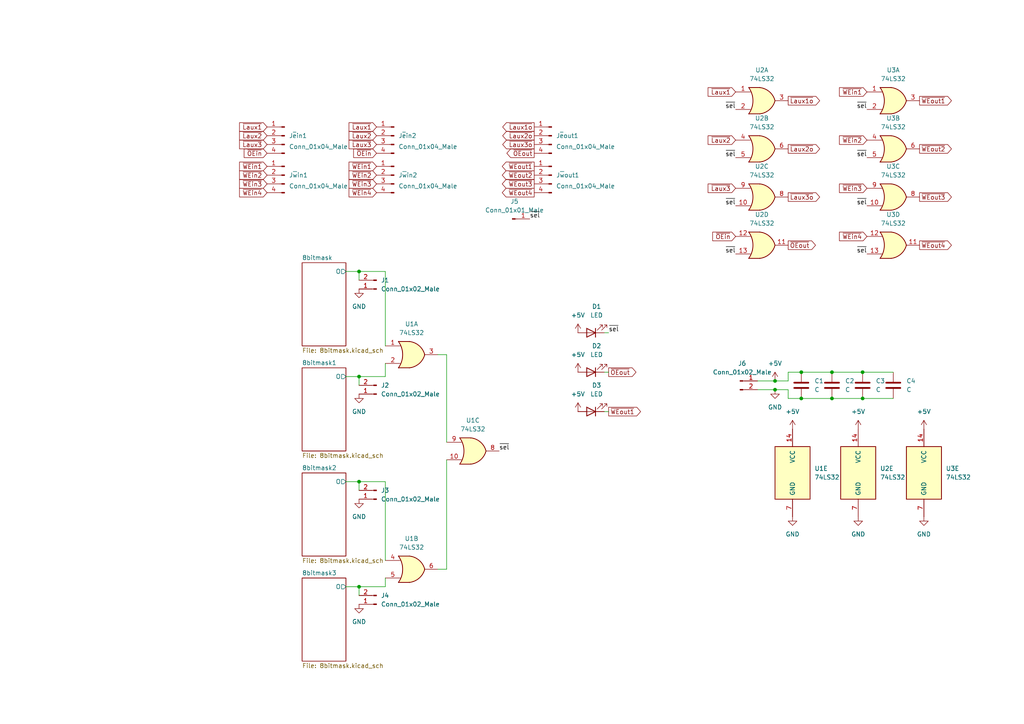
<source format=kicad_sch>
(kicad_sch (version 20211123) (generator eeschema)
  (paper "A4")
  (lib_symbols
    (symbol "74xx:74LS32" (pin_names (offset 1.016))
      (property "Reference" "U" (at 0 1.27 0))
      (property "Value" "74LS32" (at 0 -1.27 0))
      (symbol "74LS32_1_1"
        (arc (start -3.81 -3.81) (mid -2.589 0) (end -3.81 3.81) (stroke (width 0.254)))
        (arc (start -0.6096 -3.81) (mid 2.1842 -2.5851) (end 3.81 0) (stroke (width 0.254)) (fill (type background)))
        (polyline (pts (xy -3.81 -3.81) (xy -0.635 -3.81)) (stroke (width 0.254)) (fill (type background)))
        (polyline (pts (xy -3.81 3.81) (xy -0.635 3.81)) (stroke (width 0.254)) (fill (type background)))
        (polyline (pts (xy -0.635 3.81) (xy -3.81 3.81) (xy -3.81 3.81) (xy -3.556 3.4036) (xy -3.0226 2.2606) (xy -2.6924 1.0414) (xy -2.6162 -0.254) (xy -2.7686 -1.4986) (xy -3.175 -2.7178) (xy -3.81 -3.81) (xy -3.81 -3.81) (xy -0.635 -3.81)) (stroke (width -25.4)) (fill (type background)))
        (arc (start 3.81 0) (mid 2.1915 2.5936) (end -0.6096 3.81) (stroke (width 0.254)) (fill (type background)))
        (pin input line (at -7.62 2.54 0) (length 4.318) (name "~") (number "1"))
        (pin input line (at -7.62 -2.54 0) (length 4.318) (name "~") (number "2"))
        (pin output line (at 7.62 0 180) (length 3.81) (name "~") (number "3"))
      )
      (symbol "74LS32_1_2"
        (arc (start 0 -3.81) (mid 3.81 0) (end 0 3.81) (stroke (width 0.254)) (fill (type background)))
        (polyline (pts (xy 0 3.81) (xy -3.81 3.81) (xy -3.81 -3.81) (xy 0 -3.81)) (stroke (width 0.254)) (fill (type background)))
        (pin input inverted (at -7.62 2.54 0) (length 3.81) (name "~") (number "1"))
        (pin input inverted (at -7.62 -2.54 0) (length 3.81) (name "~") (number "2"))
        (pin output inverted (at 7.62 0 180) (length 3.81) (name "~") (number "3"))
      )
      (symbol "74LS32_2_1"
        (arc (start -3.81 -3.81) (mid -2.589 0) (end -3.81 3.81) (stroke (width 0.254)))
        (arc (start -0.6096 -3.81) (mid 2.1842 -2.5851) (end 3.81 0) (stroke (width 0.254)) (fill (type background)))
        (polyline (pts (xy -3.81 -3.81) (xy -0.635 -3.81)) (stroke (width 0.254)) (fill (type background)))
        (polyline (pts (xy -3.81 3.81) (xy -0.635 3.81)) (stroke (width 0.254)) (fill (type background)))
        (polyline (pts (xy -0.635 3.81) (xy -3.81 3.81) (xy -3.81 3.81) (xy -3.556 3.4036) (xy -3.0226 2.2606) (xy -2.6924 1.0414) (xy -2.6162 -0.254) (xy -2.7686 -1.4986) (xy -3.175 -2.7178) (xy -3.81 -3.81) (xy -3.81 -3.81) (xy -0.635 -3.81)) (stroke (width -25.4)) (fill (type background)))
        (arc (start 3.81 0) (mid 2.1915 2.5936) (end -0.6096 3.81) (stroke (width 0.254)) (fill (type background)))
        (pin input line (at -7.62 2.54 0) (length 4.318) (name "~") (number "4"))
        (pin input line (at -7.62 -2.54 0) (length 4.318) (name "~") (number "5"))
        (pin output line (at 7.62 0 180) (length 3.81) (name "~") (number "6"))
      )
      (symbol "74LS32_2_2"
        (arc (start 0 -3.81) (mid 3.81 0) (end 0 3.81) (stroke (width 0.254)) (fill (type background)))
        (polyline (pts (xy 0 3.81) (xy -3.81 3.81) (xy -3.81 -3.81) (xy 0 -3.81)) (stroke (width 0.254)) (fill (type background)))
        (pin input inverted (at -7.62 2.54 0) (length 3.81) (name "~") (number "4"))
        (pin input inverted (at -7.62 -2.54 0) (length 3.81) (name "~") (number "5"))
        (pin output inverted (at 7.62 0 180) (length 3.81) (name "~") (number "6"))
      )
      (symbol "74LS32_3_1"
        (arc (start -3.81 -3.81) (mid -2.589 0) (end -3.81 3.81) (stroke (width 0.254)))
        (arc (start -0.6096 -3.81) (mid 2.1842 -2.5851) (end 3.81 0) (stroke (width 0.254)) (fill (type background)))
        (polyline (pts (xy -3.81 -3.81) (xy -0.635 -3.81)) (stroke (width 0.254)) (fill (type background)))
        (polyline (pts (xy -3.81 3.81) (xy -0.635 3.81)) (stroke (width 0.254)) (fill (type background)))
        (polyline (pts (xy -0.635 3.81) (xy -3.81 3.81) (xy -3.81 3.81) (xy -3.556 3.4036) (xy -3.0226 2.2606) (xy -2.6924 1.0414) (xy -2.6162 -0.254) (xy -2.7686 -1.4986) (xy -3.175 -2.7178) (xy -3.81 -3.81) (xy -3.81 -3.81) (xy -0.635 -3.81)) (stroke (width -25.4)) (fill (type background)))
        (arc (start 3.81 0) (mid 2.1915 2.5936) (end -0.6096 3.81) (stroke (width 0.254)) (fill (type background)))
        (pin input line (at -7.62 -2.54 0) (length 4.318) (name "~") (number "10"))
        (pin output line (at 7.62 0 180) (length 3.81) (name "~") (number "8"))
        (pin input line (at -7.62 2.54 0) (length 4.318) (name "~") (number "9"))
      )
      (symbol "74LS32_3_2"
        (arc (start 0 -3.81) (mid 3.81 0) (end 0 3.81) (stroke (width 0.254)) (fill (type background)))
        (polyline (pts (xy 0 3.81) (xy -3.81 3.81) (xy -3.81 -3.81) (xy 0 -3.81)) (stroke (width 0.254)) (fill (type background)))
        (pin input inverted (at -7.62 -2.54 0) (length 3.81) (name "~") (number "10"))
        (pin output inverted (at 7.62 0 180) (length 3.81) (name "~") (number "8"))
        (pin input inverted (at -7.62 2.54 0) (length 3.81) (name "~") (number "9"))
      )
      (symbol "74LS32_4_1"
        (arc (start -3.81 -3.81) (mid -2.589 0) (end -3.81 3.81) (stroke (width 0.254)))
        (arc (start -0.6096 -3.81) (mid 2.1842 -2.5851) (end 3.81 0) (stroke (width 0.254)) (fill (type background)))
        (polyline (pts (xy -3.81 -3.81) (xy -0.635 -3.81)) (stroke (width 0.254)) (fill (type background)))
        (polyline (pts (xy -3.81 3.81) (xy -0.635 3.81)) (stroke (width 0.254)) (fill (type background)))
        (polyline (pts (xy -0.635 3.81) (xy -3.81 3.81) (xy -3.81 3.81) (xy -3.556 3.4036) (xy -3.0226 2.2606) (xy -2.6924 1.0414) (xy -2.6162 -0.254) (xy -2.7686 -1.4986) (xy -3.175 -2.7178) (xy -3.81 -3.81) (xy -3.81 -3.81) (xy -0.635 -3.81)) (stroke (width -25.4)) (fill (type background)))
        (arc (start 3.81 0) (mid 2.1915 2.5936) (end -0.6096 3.81) (stroke (width 0.254)) (fill (type background)))
        (pin output line (at 7.62 0 180) (length 3.81) (name "~") (number "11"))
        (pin input line (at -7.62 2.54 0) (length 4.318) (name "~") (number "12"))
        (pin input line (at -7.62 -2.54 0) (length 4.318) (name "~") (number "13"))
      )
      (symbol "74LS32_4_2"
        (arc (start 0 -3.81) (mid 3.81 0) (end 0 3.81) (stroke (width 0.254)) (fill (type background)))
        (polyline (pts (xy 0 3.81) (xy -3.81 3.81) (xy -3.81 -3.81) (xy 0 -3.81)) (stroke (width 0.254)) (fill (type background)))
        (pin output inverted (at 7.62 0 180) (length 3.81) (name "~") (number "11"))
        (pin input inverted (at -7.62 2.54 0) (length 3.81) (name "~") (number "12"))
        (pin input inverted (at -7.62 -2.54 0) (length 3.81) (name "~") (number "13"))
      )
      (symbol "74LS32_5_0"
        (pin power_in line (at 0 12.7 270) (length 5.08) (name "VCC") (number "14"))
        (pin power_in line (at 0 -12.7 90) (length 5.08) (name "GND") (number "7"))
      )
      (symbol "74LS32_5_1"
        (rectangle (start -5.08 7.62) (end 5.08 -7.62) (stroke (width 0.254)) (fill (type background)))
      )
    )
    (symbol "Connector:Conn_01x01_Male" (pin_names (offset 1.016) hide)
      (property "Reference" "J" (at 0 2.54 0))
      (property "Value" "Conn_01x01_Male" (at 0 -2.54 0))
      (symbol "Conn_01x01_Male_1_1"
        (polyline (pts (xy 1.27 0) (xy 0.8636 0)) (stroke (width 0.1524)))
        (rectangle (start 0.8636 0.127) (end 0 -0.127) (stroke (width 0.1524)) (fill (type outline)))
        (pin passive line (at 5.08 0 180) (length 3.81) (name "Pin_1") (number "1"))
      )
    )
    (symbol "Connector:Conn_01x02_Male" (pin_names (offset 1.016) hide)
      (property "Reference" "J" (at 0 2.54 0))
      (property "Value" "Conn_01x02_Male" (at 0 -5.08 0))
      (symbol "Conn_01x02_Male_1_1"
        (polyline (pts (xy 1.27 -2.54) (xy 0.8636 -2.54)) (stroke (width 0.1524)))
        (polyline (pts (xy 1.27 0) (xy 0.8636 0)) (stroke (width 0.1524)))
        (rectangle (start 0.8636 -2.413) (end 0 -2.667) (stroke (width 0.1524)) (fill (type outline)))
        (rectangle (start 0.8636 0.127) (end 0 -0.127) (stroke (width 0.1524)) (fill (type outline)))
        (pin passive line (at 5.08 0 180) (length 3.81) (name "Pin_1") (number "1"))
        (pin passive line (at 5.08 -2.54 180) (length 3.81) (name "Pin_2") (number "2"))
      )
    )
    (symbol "Connector:Conn_01x04_Male" (pin_names (offset 1.016) hide)
      (property "Reference" "J" (at 0 5.08 0))
      (property "Value" "Conn_01x04_Male" (at 0 -7.62 0))
      (symbol "Conn_01x04_Male_1_1"
        (polyline (pts (xy 1.27 -5.08) (xy 0.8636 -5.08)) (stroke (width 0.1524)))
        (polyline (pts (xy 1.27 -2.54) (xy 0.8636 -2.54)) (stroke (width 0.1524)))
        (polyline (pts (xy 1.27 0) (xy 0.8636 0)) (stroke (width 0.1524)))
        (polyline (pts (xy 1.27 2.54) (xy 0.8636 2.54)) (stroke (width 0.1524)))
        (rectangle (start 0.8636 -4.953) (end 0 -5.207) (stroke (width 0.1524)) (fill (type outline)))
        (rectangle (start 0.8636 -2.413) (end 0 -2.667) (stroke (width 0.1524)) (fill (type outline)))
        (rectangle (start 0.8636 0.127) (end 0 -0.127) (stroke (width 0.1524)) (fill (type outline)))
        (rectangle (start 0.8636 2.667) (end 0 2.413) (stroke (width 0.1524)) (fill (type outline)))
        (pin passive line (at 5.08 2.54 180) (length 3.81) (name "Pin_1") (number "1"))
        (pin passive line (at 5.08 0 180) (length 3.81) (name "Pin_2") (number "2"))
        (pin passive line (at 5.08 -2.54 180) (length 3.81) (name "Pin_3") (number "3"))
        (pin passive line (at 5.08 -5.08 180) (length 3.81) (name "Pin_4") (number "4"))
      )
    )
    (symbol "Device:C" (pin_numbers hide) (pin_names (offset 0.254))
      (property "Reference" "C" (at 0.635 2.54 0))
      (property "Value" "C" (at 0.635 -2.54 0))
      (symbol "C_0_1"
        (polyline (pts (xy -2.032 -0.762) (xy 2.032 -0.762)) (stroke (width 0.508)))
        (polyline (pts (xy -2.032 0.762) (xy 2.032 0.762)) (stroke (width 0.508)))
      )
      (symbol "C_1_1"
        (pin passive line (at 0 3.81 270) (length 2.794) (name "~") (number "1"))
        (pin passive line (at 0 -3.81 90) (length 2.794) (name "~") (number "2"))
      )
    )
    (symbol "Device:LED" (pin_numbers hide) (pin_names (offset 1.016) hide)
      (property "Reference" "D" (at 0 2.54 0))
      (property "Value" "LED" (at 0 -2.54 0))
      (symbol "LED_0_1"
        (polyline (pts (xy -1.27 -1.27) (xy -1.27 1.27)) (stroke (width 0.254)))
        (polyline (pts (xy -1.27 0) (xy 1.27 0)))
        (polyline (pts (xy 1.27 -1.27) (xy 1.27 1.27) (xy -1.27 0) (xy 1.27 -1.27)) (stroke (width 0.254)))
        (polyline (pts (xy -3.048 -0.762) (xy -4.572 -2.286) (xy -3.81 -2.286) (xy -4.572 -2.286) (xy -4.572 -1.524)))
        (polyline (pts (xy -1.778 -0.762) (xy -3.302 -2.286) (xy -2.54 -2.286) (xy -3.302 -2.286) (xy -3.302 -1.524)))
      )
      (symbol "LED_1_1"
        (pin passive line (at -3.81 0 0) (length 2.54) (name "K") (number "1"))
        (pin passive line (at 3.81 0 180) (length 2.54) (name "A") (number "2"))
      )
    )
    (symbol "power:+5V" (power) (pin_names (offset 0))
      (property "Value" "+5V" (at 0 3.556 0))
      (symbol "+5V_0_1"
        (polyline (pts (xy -0.762 1.27) (xy 0 2.54)))
        (polyline (pts (xy 0 0) (xy 0 2.54)))
        (polyline (pts (xy 0 2.54) (xy 0.762 1.27)))
      )
      (symbol "+5V_1_1"
        (pin power_in line (at 0 0 90) (length 0) hide (name "+5V") (number "1"))
      )
    )
    (symbol "power:GND" (power) (pin_names (offset 0))
      (property "Value" "GND" (at 0 -3.81 0))
      (symbol "GND_0_1"
        (polyline (pts (xy 0 0) (xy 0 -1.27) (xy 1.27 -1.27) (xy 0 -2.54) (xy -1.27 -1.27) (xy 0 -1.27)))
      )
      (symbol "GND_1_1"
        (pin power_in line (at 0 0 270) (length 0) hide (name "GND") (number "1"))
      )
    )
  )
  (junction (at 224.79 110.49))
  (junction (at 241.3 115.57))
  (junction (at 241.3 107.95))
  (junction (at 104.14 78.74))
  (junction (at 232.41 107.95))
  (junction (at 224.79 113.03))
  (junction (at 232.41 115.57))
  (junction (at 250.19 107.95))
  (junction (at 104.14 170.18))
  (junction (at 250.19 115.57))
  (junction (at 104.14 139.7))
  (junction (at 104.14 109.22))
  (wire (pts (xy 219.71 113.03) (xy 224.79 113.03)))
  (wire (pts (xy 232.41 107.95) (xy 241.3 107.95)))
  (wire (pts (xy 175.26 96.52) (xy 176.53 96.52)))
  (wire (pts (xy 100.33 139.7) (xy 104.14 139.7)))
  (wire (pts (xy 104.14 109.22) (xy 104.14 111.76)))
  (wire (pts (xy 228.6 107.95) (xy 232.41 107.95)))
  (wire (pts (xy 175.26 119.38) (xy 176.53 119.38)))
  (wire (pts (xy 104.14 170.18) (xy 111.76 170.18)))
  (wire (pts (xy 104.14 139.7) (xy 104.14 142.24)))
  (wire (pts (xy 100.33 109.22) (xy 104.14 109.22)))
  (wire (pts (xy 232.41 115.57) (xy 241.3 115.57)))
  (wire (pts (xy 219.71 110.49) (xy 224.79 110.49)))
  (wire (pts (xy 100.33 78.74) (xy 104.14 78.74)))
  (wire (pts (xy 104.14 139.7) (xy 111.76 139.7)))
  (wire (pts (xy 111.76 139.7) (xy 111.76 162.56)))
  (wire (pts (xy 129.54 102.87) (xy 129.54 128.27)))
  (wire (pts (xy 100.33 170.18) (xy 104.14 170.18)))
  (wire (pts (xy 228.6 115.57) (xy 232.41 115.57)))
  (wire (pts (xy 224.79 113.03) (xy 228.6 113.03)))
  (wire (pts (xy 104.14 78.74) (xy 104.14 81.28)))
  (wire (pts (xy 111.76 170.18) (xy 111.76 167.64)))
  (wire (pts (xy 175.26 107.95) (xy 176.53 107.95)))
  (wire (pts (xy 250.19 107.95) (xy 259.08 107.95)))
  (wire (pts (xy 224.79 110.49) (xy 228.6 110.49)))
  (wire (pts (xy 228.6 113.03) (xy 228.6 115.57)))
  (wire (pts (xy 104.14 78.74) (xy 111.76 78.74)))
  (wire (pts (xy 111.76 78.74) (xy 111.76 100.33)))
  (wire (pts (xy 241.3 107.95) (xy 250.19 107.95)))
  (wire (pts (xy 111.76 105.41) (xy 111.76 109.22)))
  (wire (pts (xy 104.14 170.18) (xy 104.14 172.72)))
  (wire (pts (xy 104.14 109.22) (xy 111.76 109.22)))
  (wire (pts (xy 228.6 110.49) (xy 228.6 107.95)))
  (wire (pts (xy 127 102.87) (xy 129.54 102.87)))
  (wire (pts (xy 129.54 165.1) (xy 129.54 133.35)))
  (wire (pts (xy 241.3 115.57) (xy 250.19 115.57)))
  (wire (pts (xy 127 165.1) (xy 129.54 165.1)))
  (wire (pts (xy 250.19 115.57) (xy 259.08 115.57)))
  (label "~{sel}" (at 251.46 31.75 180))
  (label "~{sel}" (at 213.36 31.75 180))
  (label "~{sel}" (at 176.53 96.52 0))
  (label "~{sel}" (at 213.36 73.66 180))
  (label "~{sel}" (at 213.36 45.72 180))
  (label "~{sel}" (at 251.46 59.69 180))
  (label "~{sel}" (at 213.36 59.69 180))
  (label "~{sel}" (at 153.67 63.5 0))
  (label "~{sel}" (at 251.46 45.72 180))
  (label "~{sel}" (at 144.78 130.81 0))
  (label "~{sel}" (at 251.46 73.66 180))
  (global_label "~{WEout2}" (shape output) (at 266.7 43.18 0) (property "Intersheet References" "${INTERSHEET_REFS}" (effects hide)))
  (global_label "~{WEout4}" (shape output) (at 266.7 71.12 0) (property "Intersheet References" "${INTERSHEET_REFS}" (effects hide)))
  (global_label "~{WEout1}" (shape output) (at 266.7 29.21 0) (property "Intersheet References" "${INTERSHEET_REFS}" (effects hide)))
  (global_label "~{Laux1}" (shape input) (at 109.22 36.83 180) (property "Intersheet References" "${INTERSHEET_REFS}" (effects hide)))
  (global_label "~{WEin2}" (shape input) (at 77.47 50.8 180) (property "Intersheet References" "${INTERSHEET_REFS}" (effects hide)))
  (global_label "~{WEin1}" (shape input) (at 109.22 48.26 180) (property "Intersheet References" "${INTERSHEET_REFS}" (effects hide)))
  (global_label "~{WEin3}" (shape input) (at 251.46 54.61 180) (property "Intersheet References" "${INTERSHEET_REFS}" (effects hide)))
  (global_label "~{WEin2}" (shape input) (at 251.46 40.64 180) (property "Intersheet References" "${INTERSHEET_REFS}" (effects hide)))
  (global_label "~{Laux3o}" (shape output) (at 154.94 41.91 180) (property "Intersheet References" "${INTERSHEET_REFS}" (effects hide)))
  (global_label "~{WEout2}" (shape output) (at 154.94 50.8 180) (property "Intersheet References" "${INTERSHEET_REFS}" (effects hide)))
  (global_label "~{WEout3}" (shape output) (at 154.94 53.34 180) (property "Intersheet References" "${INTERSHEET_REFS}" (effects hide)))
  (global_label "~{Laux2}" (shape input) (at 77.47 39.37 180) (property "Intersheet References" "${INTERSHEET_REFS}" (effects hide)))
  (global_label "~{Laux1}" (shape input) (at 213.36 26.67 180) (property "Intersheet References" "${INTERSHEET_REFS}" (effects hide)))
  (global_label "~{WEout1}" (shape output) (at 176.53 119.38 0) (property "Intersheet References" "${INTERSHEET_REFS}" (effects hide)))
  (global_label "~{Laux2}" (shape input) (at 109.22 39.37 180) (property "Intersheet References" "${INTERSHEET_REFS}" (effects hide)))
  (global_label "~{Laux2o}" (shape output) (at 228.6 43.18 0) (property "Intersheet References" "${INTERSHEET_REFS}" (effects hide)))
  (global_label "~{OEin}" (shape input) (at 109.22 44.45 180) (property "Intersheet References" "${INTERSHEET_REFS}" (effects hide)))
  (global_label "~{Laux1o}" (shape output) (at 228.6 29.21 0) (property "Intersheet References" "${INTERSHEET_REFS}" (effects hide)))
  (global_label "~{Laux3}" (shape input) (at 213.36 54.61 180) (property "Intersheet References" "${INTERSHEET_REFS}" (effects hide)))
  (global_label "~{Laux1}" (shape input) (at 77.47 36.83 180) (property "Intersheet References" "${INTERSHEET_REFS}" (effects hide)))
  (global_label "~{OEin}" (shape input) (at 213.36 68.58 180) (property "Intersheet References" "${INTERSHEET_REFS}" (effects hide)))
  (global_label "~{Laux3o}" (shape output) (at 228.6 57.15 0) (property "Intersheet References" "${INTERSHEET_REFS}" (effects hide)))
  (global_label "~{WEin3}" (shape input) (at 77.47 53.34 180) (property "Intersheet References" "${INTERSHEET_REFS}" (effects hide)))
  (global_label "~{OEout}" (shape output) (at 228.6 71.12 0) (property "Intersheet References" "${INTERSHEET_REFS}" (effects hide)))
  (global_label "~{Laux2}" (shape input) (at 213.36 40.64 180) (property "Intersheet References" "${INTERSHEET_REFS}" (effects hide)))
  (global_label "~{WEin4}" (shape input) (at 109.22 55.88 180) (property "Intersheet References" "${INTERSHEET_REFS}" (effects hide)))
  (global_label "~{WEin1}" (shape input) (at 77.47 48.26 180) (property "Intersheet References" "${INTERSHEET_REFS}" (effects hide)))
  (global_label "~{OEout}" (shape output) (at 176.53 107.95 0) (property "Intersheet References" "${INTERSHEET_REFS}" (effects hide)))
  (global_label "~{WEin1}" (shape input) (at 251.46 26.67 180) (property "Intersheet References" "${INTERSHEET_REFS}" (effects hide)))
  (global_label "~{OEout}" (shape output) (at 154.94 44.45 180) (property "Intersheet References" "${INTERSHEET_REFS}" (effects hide)))
  (global_label "~{WEin3}" (shape input) (at 109.22 53.34 180) (property "Intersheet References" "${INTERSHEET_REFS}" (effects hide)))
  (global_label "~{Laux3}" (shape input) (at 77.47 41.91 180) (property "Intersheet References" "${INTERSHEET_REFS}" (effects hide)))
  (global_label "~{Laux1o}" (shape output) (at 154.94 36.83 180) (property "Intersheet References" "${INTERSHEET_REFS}" (effects hide)))
  (global_label "~{Laux3}" (shape input) (at 109.22 41.91 180) (property "Intersheet References" "${INTERSHEET_REFS}" (effects hide)))
  (global_label "~{WEout4}" (shape output) (at 154.94 55.88 180) (property "Intersheet References" "${INTERSHEET_REFS}" (effects hide)))
  (global_label "~{WEin4}" (shape input) (at 251.46 68.58 180) (property "Intersheet References" "${INTERSHEET_REFS}" (effects hide)))
  (global_label "~{WEin2}" (shape input) (at 109.22 50.8 180) (property "Intersheet References" "${INTERSHEET_REFS}" (effects hide)))
  (global_label "~{WEout3}" (shape output) (at 266.7 57.15 0) (property "Intersheet References" "${INTERSHEET_REFS}" (effects hide)))
  (global_label "~{Laux2o}" (shape output) (at 154.94 39.37 180) (property "Intersheet References" "${INTERSHEET_REFS}" (effects hide)))
  (global_label "~{OEin}" (shape input) (at 77.47 44.45 180) (property "Intersheet References" "${INTERSHEET_REFS}" (effects hide)))
  (global_label "~{WEout1}" (shape output) (at 154.94 48.26 180) (property "Intersheet References" "${INTERSHEET_REFS}" (effects hide)))
  (global_label "~{WEin4}" (shape input) (at 77.47 55.88 180) (property "Intersheet References" "${INTERSHEET_REFS}" (effects hide)))
  (symbol (lib_id "Device:LED") (at 171.45 107.95 180) (unit 1)
    (property "Reference" "D2" (at 173.0375 100.33 0))
    (property "Value" "LED" (at 173.0375 102.87 0))
    (property "Footprint" "LED_THT:LED_D5.0mm" (effects hide))
  )
  (symbol (lib_id "Device:C") (at 232.41 111.76 0) (unit 1)
    (property "Reference" "C1" (at 236.22 110.4899 0) (effects (justify left)))
    (property "Value" "C" (at 236.22 113.0299 0) (effects (justify left)))
    (property "Footprint" "Capacitor_THT:C_Disc_D5.0mm_W2.5mm_P5.00mm" (effects hide))
  )
  (symbol (lib_id "Connector:Conn_01x02_Male") (at 109.22 175.26 180) (unit 1)
    (property "Reference" "J4" (at 110.49 172.7199 0) (effects (justify right)))
    (property "Value" "Conn_01x02_Male" (at 110.49 175.2599 0) (effects (justify right)))
    (property "Footprint" "Connector_PinHeader_2.54mm:PinHeader_1x02_P2.54mm_Vertical" (effects hide))
  )
  (symbol (lib_id "Device:LED") (at 171.45 119.38 180) (unit 1)
    (property "Reference" "D3" (at 173.0375 111.76 0))
    (property "Value" "LED" (at 173.0375 114.3 0))
    (property "Footprint" "LED_THT:LED_D5.0mm" (effects hide))
  )
  (symbol (lib_id "Connector:Conn_01x04_Male") (at 82.55 39.37 0) (mirror y) (unit 1)
    (property "Reference" "J~{e}in1" (at 83.82 39.3699 0) (effects (justify right)))
    (property "Value" "Conn_01x04_Male" (at 83.82 42.5449 0) (effects (justify right)))
    (property "Footprint" "Connector_PinHeader_2.54mm:PinHeader_1x04_P2.54mm_Vertical" (effects hide))
  )
  (symbol (lib_id "power:GND") (at 104.14 175.26 0) (unit 1)
    (property "Reference" "#PWR04" (effects hide))
    (property "Value" "GND" (at 104.14 180.34 0))
  )
  (symbol (lib_id "Device:C") (at 259.08 111.76 0) (unit 1)
    (property "Reference" "C4" (at 262.89 110.4899 0) (effects (justify left)))
    (property "Value" "C" (at 262.89 113.0299 0) (effects (justify left)))
    (property "Footprint" "Capacitor_THT:C_Disc_D5.0mm_W2.5mm_P5.00mm" (effects hide))
  )
  (symbol (lib_id "Connector:Conn_01x02_Male") (at 109.22 144.78 180) (unit 1)
    (property "Reference" "J3" (at 110.49 142.2399 0) (effects (justify right)))
    (property "Value" "Conn_01x02_Male" (at 110.49 144.7799 0) (effects (justify right)))
    (property "Footprint" "Connector_PinHeader_2.54mm:PinHeader_1x02_P2.54mm_Vertical" (effects hide))
  )
  (symbol (lib_id "74xx:74LS32") (at 248.92 137.16 0) (unit 5)
    (property "Reference" "U2" (at 255.27 135.8899 0) (effects (justify left)))
    (property "Value" "74LS32" (at 255.27 138.4299 0) (effects (justify left)))
    (property "Footprint" "Package_DIP:DIP-14_W7.62mm" (effects hide))
    (property "Datasheet" "http://www.ti.com/lit/gpn/sn74LS32" (effects hide))
  )
  (symbol (lib_id "74xx:74LS32") (at 259.08 43.18 0) (unit 2)
    (property "Reference" "U3" (at 259.08 34.29 0))
    (property "Value" "74LS32" (at 259.08 36.83 0))
    (property "Footprint" "Package_DIP:DIP-14_W7.62mm" (effects hide))
    (property "Datasheet" "http://www.ti.com/lit/gpn/sn74LS32" (effects hide))
  )
  (symbol (lib_id "power:GND") (at 248.92 149.86 0) (unit 1)
    (property "Reference" "#PWR013" (effects hide))
    (property "Value" "GND" (at 248.92 154.94 0))
  )
  (symbol (lib_id "74xx:74LS32") (at 220.98 71.12 0) (unit 4)
    (property "Reference" "U2" (at 220.98 62.23 0))
    (property "Value" "74LS32" (at 220.98 64.77 0))
    (property "Footprint" "Package_DIP:DIP-14_W7.62mm" (effects hide))
    (property "Datasheet" "http://www.ti.com/lit/gpn/sn74LS32" (effects hide))
  )
  (symbol (lib_id "power:+5V") (at 167.64 96.52 0) (unit 1)
    (property "Reference" "#PWR05" (effects hide))
    (property "Value" "+5V" (at 167.64 91.44 0))
  )
  (symbol (lib_id "Connector:Conn_01x04_Male") (at 160.02 50.8 0) (mirror y) (unit 1)
    (property "Reference" "J~{w}out1" (at 161.29 50.7999 0) (effects (justify right)))
    (property "Value" "Conn_01x04_Male" (at 161.29 53.9749 0) (effects (justify right)))
    (property "Footprint" "Connector_PinHeader_2.54mm:PinHeader_1x04_P2.54mm_Vertical" (effects hide))
  )
  (symbol (lib_id "Connector:Conn_01x04_Male") (at 160.02 39.37 0) (mirror y) (unit 1)
    (property "Reference" "J~{e}out1" (at 161.29 39.3699 0) (effects (justify right)))
    (property "Value" "Conn_01x04_Male" (at 161.29 42.5449 0) (effects (justify right)))
    (property "Footprint" "Connector_PinHeader_2.54mm:PinHeader_1x04_P2.54mm_Vertical" (effects hide))
  )
  (symbol (lib_id "power:GND") (at 104.14 83.82 0) (unit 1)
    (property "Reference" "#PWR01" (effects hide))
    (property "Value" "GND" (at 104.14 88.9 0))
  )
  (symbol (lib_id "Connector:Conn_01x04_Male") (at 114.3 50.8 0) (mirror y) (unit 1)
    (property "Reference" "J~{w}in2" (at 115.57 50.7999 0) (effects (justify right)))
    (property "Value" "Conn_01x04_Male" (at 115.57 53.9749 0) (effects (justify right)))
    (property "Footprint" "Connector_PinHeader_2.54mm:PinHeader_1x04_P2.54mm_Vertical" (effects hide))
  )
  (symbol (lib_id "Connector:Conn_01x02_Male") (at 109.22 114.3 180) (unit 1)
    (property "Reference" "J2" (at 110.49 111.7599 0) (effects (justify right)))
    (property "Value" "Conn_01x02_Male" (at 110.49 114.2999 0) (effects (justify right)))
    (property "Footprint" "Connector_PinHeader_2.54mm:PinHeader_1x02_P2.54mm_Vertical" (effects hide))
  )
  (symbol (lib_id "power:+5V") (at 224.79 110.49 0) (unit 1)
    (property "Reference" "#PWR08" (effects hide))
    (property "Value" "+5V" (at 224.79 105.41 0))
  )
  (symbol (lib_id "74xx:74LS32") (at 220.98 43.18 0) (unit 2)
    (property "Reference" "U2" (at 220.98 34.29 0))
    (property "Value" "74LS32" (at 220.98 36.83 0))
    (property "Footprint" "Package_DIP:DIP-14_W7.62mm" (effects hide))
    (property "Datasheet" "http://www.ti.com/lit/gpn/sn74LS32" (effects hide))
  )
  (symbol (lib_id "74xx:74LS32") (at 259.08 57.15 0) (unit 3)
    (property "Reference" "U3" (at 259.08 48.26 0))
    (property "Value" "74LS32" (at 259.08 50.8 0))
    (property "Footprint" "Package_DIP:DIP-14_W7.62mm" (effects hide))
    (property "Datasheet" "http://www.ti.com/lit/gpn/sn74LS32" (effects hide))
  )
  (symbol (lib_id "power:GND") (at 224.79 113.03 0) (unit 1)
    (property "Reference" "#PWR09" (effects hide))
    (property "Value" "GND" (at 224.79 118.11 0))
  )
  (symbol (lib_id "power:+5V") (at 267.97 124.46 0) (unit 1)
    (property "Reference" "#PWR014" (effects hide))
    (property "Value" "+5V" (at 267.97 119.38 0))
  )
  (symbol (lib_id "Connector:Conn_01x04_Male") (at 82.55 50.8 0) (mirror y) (unit 1)
    (property "Reference" "J~{w}in1" (at 83.82 50.7999 0) (effects (justify right)))
    (property "Value" "Conn_01x04_Male" (at 83.82 53.9749 0) (effects (justify right)))
    (property "Footprint" "Connector_PinHeader_2.54mm:PinHeader_1x04_P2.54mm_Vertical" (effects hide))
  )
  (symbol (lib_id "Device:C") (at 250.19 111.76 0) (unit 1)
    (property "Reference" "C3" (at 254 110.4899 0) (effects (justify left)))
    (property "Value" "C" (at 254 113.0299 0) (effects (justify left)))
    (property "Footprint" "Capacitor_THT:C_Disc_D5.0mm_W2.5mm_P5.00mm" (effects hide))
  )
  (symbol (lib_id "74xx:74LS32") (at 220.98 29.21 0) (unit 1)
    (property "Reference" "U2" (at 220.98 20.32 0))
    (property "Value" "74LS32" (at 220.98 22.86 0))
    (property "Footprint" "Package_DIP:DIP-14_W7.62mm" (effects hide))
    (property "Datasheet" "http://www.ti.com/lit/gpn/sn74LS32" (effects hide))
  )
  (symbol (lib_id "power:+5V") (at 167.64 119.38 0) (unit 1)
    (property "Reference" "#PWR07" (effects hide))
    (property "Value" "+5V" (at 167.64 114.3 0))
  )
  (symbol (lib_id "power:+5V") (at 229.87 124.46 0) (unit 1)
    (property "Reference" "#PWR010" (effects hide))
    (property "Value" "+5V" (at 229.87 119.38 0))
  )
  (symbol (lib_id "74xx:74LS32") (at 137.16 130.81 0) (unit 3)
    (property "Reference" "U1" (at 137.16 121.92 0))
    (property "Value" "74LS32" (at 137.16 124.46 0))
    (property "Footprint" "Package_DIP:DIP-14_W7.62mm" (effects hide))
    (property "Datasheet" "http://www.ti.com/lit/gpn/sn74LS32" (effects hide))
  )
  (symbol (lib_id "Device:C") (at 241.3 111.76 0) (unit 1)
    (property "Reference" "C2" (at 245.11 110.4899 0) (effects (justify left)))
    (property "Value" "C" (at 245.11 113.0299 0) (effects (justify left)))
    (property "Footprint" "Capacitor_THT:C_Disc_D5.0mm_W2.5mm_P5.00mm" (effects hide))
  )
  (symbol (lib_id "74xx:74LS32") (at 259.08 71.12 0) (unit 4)
    (property "Reference" "U3" (at 259.08 62.23 0))
    (property "Value" "74LS32" (at 259.08 64.77 0))
    (property "Footprint" "Package_DIP:DIP-14_W7.62mm" (effects hide))
    (property "Datasheet" "http://www.ti.com/lit/gpn/sn74LS32" (effects hide))
  )
  (symbol (lib_id "power:+5V") (at 167.64 107.95 0) (unit 1)
    (property "Reference" "#PWR06" (effects hide))
    (property "Value" "+5V" (at 167.64 102.87 0))
  )
  (symbol (lib_id "74xx:74LS32") (at 259.08 29.21 0) (unit 1)
    (property "Reference" "U3" (at 259.08 20.32 0))
    (property "Value" "74LS32" (at 259.08 22.86 0))
    (property "Footprint" "Package_DIP:DIP-14_W7.62mm" (effects hide))
    (property "Datasheet" "http://www.ti.com/lit/gpn/sn74LS32" (effects hide))
  )
  (symbol (lib_id "74xx:74LS32") (at 267.97 137.16 0) (unit 5)
    (property "Reference" "U3" (at 274.32 135.8899 0) (effects (justify left)))
    (property "Value" "74LS32" (at 274.32 138.4299 0) (effects (justify left)))
    (property "Footprint" "Package_DIP:DIP-14_W7.62mm" (effects hide))
    (property "Datasheet" "http://www.ti.com/lit/gpn/sn74LS32" (effects hide))
  )
  (symbol (lib_id "Connector:Conn_01x04_Male") (at 114.3 39.37 0) (mirror y) (unit 1)
    (property "Reference" "J~{e}in2" (at 115.57 39.3699 0) (effects (justify right)))
    (property "Value" "Conn_01x04_Male" (at 115.57 42.5449 0) (effects (justify right)))
    (property "Footprint" "Connector_PinHeader_2.54mm:PinHeader_1x04_P2.54mm_Vertical" (effects hide))
  )
  (symbol (lib_id "power:GND") (at 104.14 144.78 0) (unit 1)
    (property "Reference" "#PWR03" (effects hide))
    (property "Value" "GND" (at 104.14 149.86 0))
  )
  (symbol (lib_id "Connector:Conn_01x01_Male") (at 148.59 63.5 0) (unit 1)
    (property "Reference" "J5" (at 149.225 58.42 0))
    (property "Value" "Conn_01x01_Male" (at 149.225 60.96 0))
    (property "Footprint" "Connector_PinHeader_2.54mm:PinHeader_1x01_P2.54mm_Vertical" (effects hide))
  )
  (symbol (lib_id "74xx:74LS32") (at 220.98 57.15 0) (unit 3)
    (property "Reference" "U2" (at 220.98 48.26 0))
    (property "Value" "74LS32" (at 220.98 50.8 0))
    (property "Footprint" "Package_DIP:DIP-14_W7.62mm" (effects hide))
    (property "Datasheet" "http://www.ti.com/lit/gpn/sn74LS32" (effects hide))
  )
  (symbol (lib_id "power:GND") (at 104.14 114.3 0) (unit 1)
    (property "Reference" "#PWR02" (effects hide))
    (property "Value" "GND" (at 104.14 119.38 0))
  )
  (symbol (lib_id "74xx:74LS32") (at 119.38 165.1 0) (unit 2)
    (property "Reference" "U1" (at 119.38 156.21 0))
    (property "Value" "74LS32" (at 119.38 158.75 0))
    (property "Footprint" "Package_DIP:DIP-14_W7.62mm" (effects hide))
    (property "Datasheet" "http://www.ti.com/lit/gpn/sn74LS32" (effects hide))
  )
  (symbol (lib_id "power:+5V") (at 248.92 124.46 0) (unit 1)
    (property "Reference" "#PWR012" (effects hide))
    (property "Value" "+5V" (at 248.92 119.38 0))
  )
  (symbol (lib_id "74xx:74LS32") (at 229.87 137.16 0) (unit 5)
    (property "Reference" "U1" (at 236.22 135.8899 0) (effects (justify left)))
    (property "Value" "74LS32" (at 236.22 138.4299 0) (effects (justify left)))
    (property "Footprint" "Package_DIP:DIP-14_W7.62mm" (effects hide))
    (property "Datasheet" "http://www.ti.com/lit/gpn/sn74LS32" (effects hide))
  )
  (symbol (lib_id "power:GND") (at 267.97 149.86 0) (unit 1)
    (property "Reference" "#PWR015" (effects hide))
    (property "Value" "GND" (at 267.97 154.94 0))
  )
  (symbol (lib_id "Device:LED") (at 171.45 96.52 180) (unit 1)
    (property "Reference" "D1" (at 173.0375 88.9 0))
    (property "Value" "LED" (at 173.0375 91.44 0))
    (property "Footprint" "LED_THT:LED_D5.0mm" (effects hide))
  )
  (symbol (lib_id "Connector:Conn_01x02_Male") (at 109.22 83.82 180) (unit 1)
    (property "Reference" "J1" (at 110.49 81.2799 0) (effects (justify right)))
    (property "Value" "Conn_01x02_Male" (at 110.49 83.8199 0) (effects (justify right)))
    (property "Footprint" "Connector_PinHeader_2.54mm:PinHeader_1x02_P2.54mm_Vertical" (effects hide))
  )
  (symbol (lib_id "74xx:74LS32") (at 119.38 102.87 0) (unit 1)
    (property "Reference" "U1" (at 119.38 93.98 0))
    (property "Value" "74LS32" (at 119.38 96.52 0))
    (property "Footprint" "Package_DIP:DIP-14_W7.62mm" (effects hide))
    (property "Datasheet" "http://www.ti.com/lit/gpn/sn74LS32" (effects hide))
  )
  (symbol (lib_id "power:GND") (at 229.87 149.86 0) (unit 1)
    (property "Reference" "#PWR011" (effects hide))
    (property "Value" "GND" (at 229.87 154.94 0))
  )
  (symbol (lib_id "Connector:Conn_01x02_Male") (at 214.63 110.49 0) (unit 1)
    (property "Reference" "J6" (at 215.265 105.41 0))
    (property "Value" "Conn_01x02_Male" (at 215.265 107.95 0))
    (property "Footprint" "Connector_PinHeader_2.54mm:PinHeader_1x02_P2.54mm_Vertical" (effects hide))
  )
  (sheet (at 87.63 167.64) (size 12.7 24.13) (stroke (width 0.1524))
    (property "Sheet name" "8bitmask3" (at 87.63 166.9284 0) (effects (justify left bottom)))
    (property "Sheet file" "8bitmask.kicad_sch" (at 87.63 192.3546 0) (effects (justify left top)))
    (pin "O" output (at 100.33 170.18 0))
  )
  (sheet (at 87.63 106.68) (size 12.7 24.13) (stroke (width 0.1524))
    (property "Sheet name" "8bitmask1" (at 87.63 105.9684 0) (effects (justify left bottom)))
    (property "Sheet file" "8bitmask.kicad_sch" (at 87.63 131.3946 0) (effects (justify left top)))
    (pin "O" output (at 100.33 109.22 0))
  )
  (sheet (at 87.63 137.16) (size 12.7 24.13) (stroke (width 0.1524))
    (property "Sheet name" "8bitmask2" (at 87.63 136.4484 0) (effects (justify left bottom)))
    (property "Sheet file" "8bitmask.kicad_sch" (at 87.63 161.8746 0) (effects (justify left top)))
    (pin "O" output (at 100.33 139.7 0))
  )
  (sheet (at 87.63 76.2) (size 12.7 24.13) (stroke (width 0.1524))
    (property "Sheet name" "8bitmask" (at 87.63 75.4884 0) (effects (justify left bottom)))
    (property "Sheet file" "8bitmask.kicad_sch" (at 87.63 100.9146 0) (effects (justify left top)))
    (pin "O" output (at 100.33 78.74 0))
  )
)
</source>
